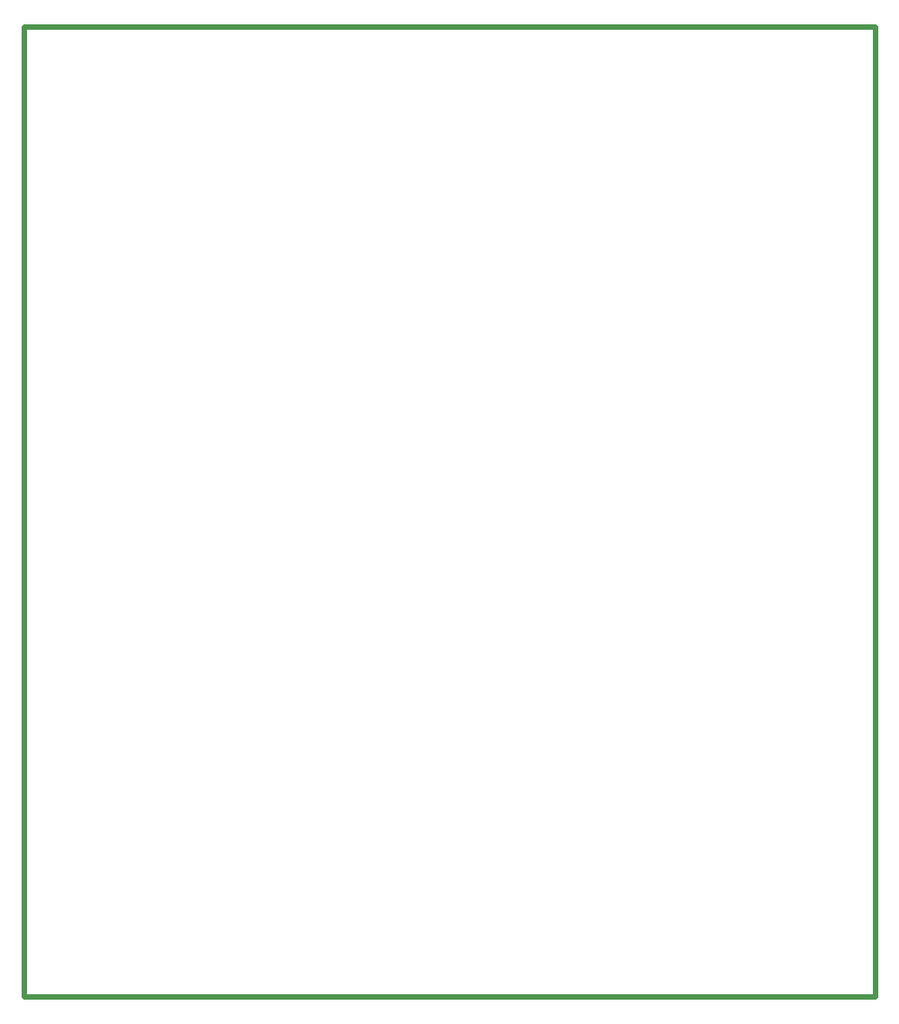
<source format=gbr>
G04 (created by PCBNEW (2013-07-07 BZR 4022)-stable) date 29/07/2014 10:25:07 AM*
%MOIN*%
G04 Gerber Fmt 3.4, Leading zero omitted, Abs format*
%FSLAX34Y34*%
G01*
G70*
G90*
G04 APERTURE LIST*
%ADD10C,0.00590551*%
%ADD11C,0.019685*%
G04 APERTURE END LIST*
G54D10*
G54D11*
X66102Y-7181D02*
X66102Y-43051D01*
X34606Y-7181D02*
X34606Y-43051D01*
X34606Y-7181D02*
X66102Y-7181D01*
X66102Y-43051D02*
X34606Y-43051D01*
M02*

</source>
